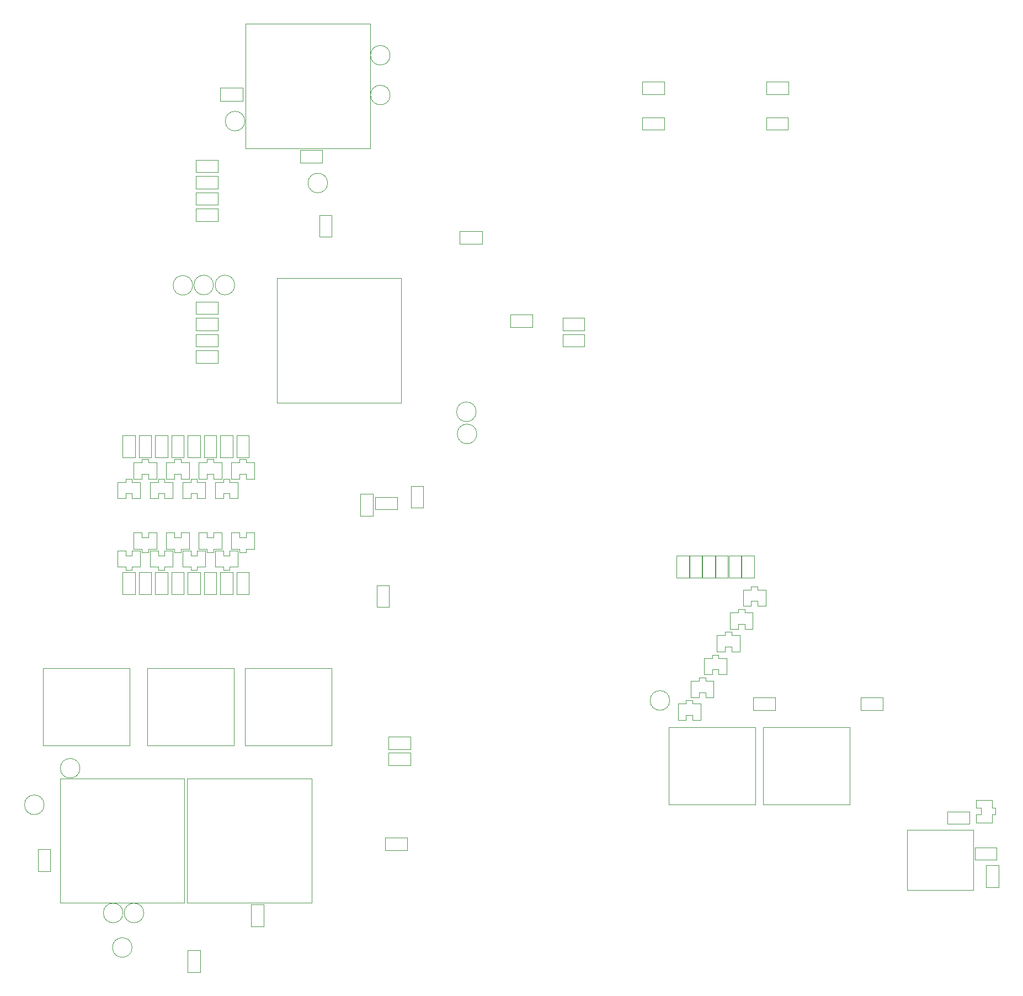
<source format=gbr>
G04 #@! TF.GenerationSoftware,KiCad,Pcbnew,5.1.7-a382d34a8~88~ubuntu20.04.1*
G04 #@! TF.CreationDate,2021-04-25T17:04:25-07:00*
G04 #@! TF.ProjectId,tec-1,7465632d-312e-46b6-9963-61645f706362,Apr2021*
G04 #@! TF.SameCoordinates,Original*
G04 #@! TF.FileFunction,Other,User*
%FSLAX46Y46*%
G04 Gerber Fmt 4.6, Leading zero omitted, Abs format (unit mm)*
G04 Created by KiCad (PCBNEW 5.1.7-a382d34a8~88~ubuntu20.04.1) date 2021-04-25 17:04:25*
%MOMM*%
%LPD*%
G01*
G04 APERTURE LIST*
%ADD10C,0.050000*%
%ADD11C,0.120000*%
G04 APERTURE END LIST*
D10*
G04 #@! TO.C,C21*
X75520000Y-97800000D02*
X75520000Y-101200000D01*
X77480000Y-97800000D02*
X75520000Y-97800000D01*
X77480000Y-101200000D02*
X77480000Y-97800000D01*
X75520000Y-101200000D02*
X77480000Y-101200000D01*
G04 #@! TO.C,U17*
X81800000Y-83800000D02*
X62700000Y-83800000D01*
X81800000Y-64700000D02*
X81800000Y-83800000D01*
X62700000Y-64700000D02*
X81800000Y-64700000D01*
X62700000Y-83800000D02*
X62700000Y-64700000D01*
G04 #@! TO.C,TP31*
X93400000Y-88600000D02*
G75*
G03*
X93400000Y-88600000I-1500000J0D01*
G01*
G04 #@! TO.C,TP30*
X93300000Y-85200000D02*
G75*
G03*
X93300000Y-85200000I-1500000J0D01*
G01*
G04 #@! TO.C,TP29*
X49800000Y-65800000D02*
G75*
G03*
X49800000Y-65800000I-1500000J0D01*
G01*
G04 #@! TO.C,TP28*
X56250000Y-65750000D02*
G75*
G03*
X56250000Y-65750000I-1500000J0D01*
G01*
G04 #@! TO.C,TP27*
X53000000Y-65750000D02*
G75*
G03*
X53000000Y-65750000I-1500000J0D01*
G01*
G04 #@! TO.C,R47*
X50320000Y-77700000D02*
X53680000Y-77700000D01*
X50320000Y-75800000D02*
X50320000Y-77700000D01*
X53680000Y-75800000D02*
X50320000Y-75800000D01*
X53680000Y-77700000D02*
X53680000Y-75800000D01*
G04 #@! TO.C,R46*
X50320000Y-75200000D02*
X53680000Y-75200000D01*
X50320000Y-73300000D02*
X50320000Y-75200000D01*
X53680000Y-73300000D02*
X50320000Y-73300000D01*
X53680000Y-75200000D02*
X53680000Y-73300000D01*
G04 #@! TO.C,R45*
X50320000Y-72700000D02*
X53680000Y-72700000D01*
X50320000Y-70800000D02*
X50320000Y-72700000D01*
X53680000Y-70800000D02*
X50320000Y-70800000D01*
X53680000Y-72700000D02*
X53680000Y-70800000D01*
G04 #@! TO.C,R44*
X50320000Y-70200000D02*
X53680000Y-70200000D01*
X50320000Y-68300000D02*
X50320000Y-70200000D01*
X53680000Y-68300000D02*
X50320000Y-68300000D01*
X53680000Y-70200000D02*
X53680000Y-68300000D01*
G04 #@! TO.C,R43*
X85200000Y-99930000D02*
X85200000Y-96570000D01*
X83300000Y-99930000D02*
X85200000Y-99930000D01*
X83300000Y-96570000D02*
X83300000Y-99930000D01*
X85200000Y-96570000D02*
X83300000Y-96570000D01*
G04 #@! TO.C,R42*
X77820000Y-100200000D02*
X81180000Y-100200000D01*
X77820000Y-98300000D02*
X77820000Y-100200000D01*
X81180000Y-98300000D02*
X77820000Y-98300000D01*
X81180000Y-100200000D02*
X81180000Y-98300000D01*
G04 #@! TO.C,J2*
X169600000Y-158600000D02*
X159400000Y-158600000D01*
X159400000Y-158600000D02*
X159400000Y-149400000D01*
X159400000Y-149400000D02*
X169600000Y-149400000D01*
X169600000Y-149400000D02*
X169600000Y-158600000D01*
D11*
G04 #@! TO.C,Q1*
X172500000Y-147000000D02*
X173000000Y-147000000D01*
X173000000Y-147000000D02*
X173000000Y-146000000D01*
X173000000Y-146000000D02*
X172500000Y-146000000D01*
X170000000Y-148250000D02*
X172500000Y-148250000D01*
X172500000Y-148250000D02*
X172500000Y-147000000D01*
X172500000Y-146000000D02*
X172500000Y-144750000D01*
X172500000Y-144750000D02*
X170000000Y-144750000D01*
X170000000Y-144750000D02*
X170000000Y-146000000D01*
X170000000Y-146000000D02*
X170750000Y-146000000D01*
X170750000Y-146000000D02*
X170750000Y-147000000D01*
X170750000Y-147000000D02*
X170000000Y-147000000D01*
X170000000Y-147000000D02*
X170000000Y-148250000D01*
D10*
G04 #@! TO.C,U16*
X40150000Y-136430000D02*
X26850000Y-136430000D01*
X26850000Y-136430000D02*
X26850000Y-124570000D01*
X26850000Y-124570000D02*
X40150000Y-124570000D01*
X40150000Y-124570000D02*
X40150000Y-136430000D01*
G04 #@! TO.C,U15*
X71150000Y-136430000D02*
X57850000Y-136430000D01*
X57850000Y-136430000D02*
X57850000Y-124570000D01*
X57850000Y-124570000D02*
X71150000Y-124570000D01*
X71150000Y-124570000D02*
X71150000Y-136430000D01*
G04 #@! TO.C,U14*
X56150000Y-136430000D02*
X42850000Y-136430000D01*
X42850000Y-136430000D02*
X42850000Y-124570000D01*
X42850000Y-124570000D02*
X56150000Y-124570000D01*
X56150000Y-124570000D02*
X56150000Y-136430000D01*
G04 #@! TO.C,U11*
X136150000Y-145430000D02*
X122850000Y-145430000D01*
X122850000Y-145430000D02*
X122850000Y-133570000D01*
X122850000Y-133570000D02*
X136150000Y-133570000D01*
X136150000Y-133570000D02*
X136150000Y-145430000D01*
G04 #@! TO.C,U10*
X150650000Y-145430000D02*
X137350000Y-145430000D01*
X137350000Y-145430000D02*
X137350000Y-133570000D01*
X137350000Y-133570000D02*
X150650000Y-133570000D01*
X150650000Y-133570000D02*
X150650000Y-145430000D01*
G04 #@! TO.C,U9*
X48950000Y-160550000D02*
X48950000Y-141450000D01*
X48950000Y-141450000D02*
X68050000Y-141450000D01*
X68050000Y-141450000D02*
X68050000Y-160550000D01*
X68050000Y-160550000D02*
X48950000Y-160550000D01*
G04 #@! TO.C,U2*
X57950000Y-25700000D02*
X77050000Y-25700000D01*
X77050000Y-25700000D02*
X77050000Y-44800000D01*
X77050000Y-44800000D02*
X57950000Y-44800000D01*
X57950000Y-44800000D02*
X57950000Y-25700000D01*
G04 #@! TO.C,U1*
X29450000Y-160550000D02*
X29450000Y-141450000D01*
X29450000Y-141450000D02*
X48550000Y-141450000D01*
X48550000Y-141450000D02*
X48550000Y-160550000D01*
X48550000Y-160550000D02*
X29450000Y-160550000D01*
G04 #@! TO.C,TP25*
X123000000Y-129500000D02*
G75*
G03*
X123000000Y-129500000I-1500000J0D01*
G01*
G04 #@! TO.C,TP24*
X40500000Y-167400000D02*
G75*
G03*
X40500000Y-167400000I-1500000J0D01*
G01*
G04 #@! TO.C,TP22*
X39100000Y-162100000D02*
G75*
G03*
X39100000Y-162100000I-1500000J0D01*
G01*
G04 #@! TO.C,TP18*
X57800000Y-40600000D02*
G75*
G03*
X57800000Y-40600000I-1500000J0D01*
G01*
G04 #@! TO.C,TP16*
X42300000Y-162100000D02*
G75*
G03*
X42300000Y-162100000I-1500000J0D01*
G01*
G04 #@! TO.C,TP13*
X70500000Y-50100000D02*
G75*
G03*
X70500000Y-50100000I-1500000J0D01*
G01*
G04 #@! TO.C,TP5*
X80100000Y-30500000D02*
G75*
G03*
X80100000Y-30500000I-1500000J0D01*
G01*
G04 #@! TO.C,TP3*
X80100000Y-36600000D02*
G75*
G03*
X80100000Y-36600000I-1500000J0D01*
G01*
G04 #@! TO.C,TP2*
X32500000Y-139900000D02*
G75*
G03*
X32500000Y-139900000I-1500000J0D01*
G01*
G04 #@! TO.C,TP1*
X27000000Y-145500000D02*
G75*
G03*
X27000000Y-145500000I-1500000J0D01*
G01*
G04 #@! TO.C,R41*
X58450000Y-88820000D02*
X56550000Y-88820000D01*
X56550000Y-88820000D02*
X56550000Y-92180000D01*
X56550000Y-92180000D02*
X58450000Y-92180000D01*
X58450000Y-92180000D02*
X58450000Y-88820000D01*
G04 #@! TO.C,R40*
X55950000Y-88820000D02*
X54050000Y-88820000D01*
X54050000Y-88820000D02*
X54050000Y-92180000D01*
X54050000Y-92180000D02*
X55950000Y-92180000D01*
X55950000Y-92180000D02*
X55950000Y-88820000D01*
G04 #@! TO.C,R39*
X53450000Y-88820000D02*
X51550000Y-88820000D01*
X51550000Y-88820000D02*
X51550000Y-92180000D01*
X51550000Y-92180000D02*
X53450000Y-92180000D01*
X53450000Y-92180000D02*
X53450000Y-88820000D01*
G04 #@! TO.C,R38*
X50950000Y-88820000D02*
X49050000Y-88820000D01*
X49050000Y-88820000D02*
X49050000Y-92180000D01*
X49050000Y-92180000D02*
X50950000Y-92180000D01*
X50950000Y-92180000D02*
X50950000Y-88820000D01*
G04 #@! TO.C,R37*
X48450000Y-88820000D02*
X46550000Y-88820000D01*
X46550000Y-88820000D02*
X46550000Y-92180000D01*
X46550000Y-92180000D02*
X48450000Y-92180000D01*
X48450000Y-92180000D02*
X48450000Y-88820000D01*
G04 #@! TO.C,R36*
X45950000Y-88820000D02*
X44050000Y-88820000D01*
X44050000Y-88820000D02*
X44050000Y-92180000D01*
X44050000Y-92180000D02*
X45950000Y-92180000D01*
X45950000Y-92180000D02*
X45950000Y-88820000D01*
G04 #@! TO.C,R35*
X43450000Y-88820000D02*
X41550000Y-88820000D01*
X41550000Y-88820000D02*
X41550000Y-92180000D01*
X41550000Y-92180000D02*
X43450000Y-92180000D01*
X43450000Y-92180000D02*
X43450000Y-88820000D01*
G04 #@! TO.C,R34*
X40950000Y-88820000D02*
X39050000Y-88820000D01*
X39050000Y-88820000D02*
X39050000Y-92180000D01*
X39050000Y-92180000D02*
X40950000Y-92180000D01*
X40950000Y-92180000D02*
X40950000Y-88820000D01*
G04 #@! TO.C,R33*
X56550000Y-113180000D02*
X58450000Y-113180000D01*
X58450000Y-113180000D02*
X58450000Y-109820000D01*
X58450000Y-109820000D02*
X56550000Y-109820000D01*
X56550000Y-109820000D02*
X56550000Y-113180000D01*
G04 #@! TO.C,R32*
X54050000Y-113180000D02*
X55950000Y-113180000D01*
X55950000Y-113180000D02*
X55950000Y-109820000D01*
X55950000Y-109820000D02*
X54050000Y-109820000D01*
X54050000Y-109820000D02*
X54050000Y-113180000D01*
G04 #@! TO.C,R31*
X51550000Y-113180000D02*
X53450000Y-113180000D01*
X53450000Y-113180000D02*
X53450000Y-109820000D01*
X53450000Y-109820000D02*
X51550000Y-109820000D01*
X51550000Y-109820000D02*
X51550000Y-113180000D01*
G04 #@! TO.C,R30*
X49050000Y-113180000D02*
X50950000Y-113180000D01*
X50950000Y-113180000D02*
X50950000Y-109820000D01*
X50950000Y-109820000D02*
X49050000Y-109820000D01*
X49050000Y-109820000D02*
X49050000Y-113180000D01*
G04 #@! TO.C,R29*
X46550000Y-113180000D02*
X48450000Y-113180000D01*
X48450000Y-113180000D02*
X48450000Y-109820000D01*
X48450000Y-109820000D02*
X46550000Y-109820000D01*
X46550000Y-109820000D02*
X46550000Y-113180000D01*
G04 #@! TO.C,R28*
X44050000Y-113180000D02*
X45950000Y-113180000D01*
X45950000Y-113180000D02*
X45950000Y-109820000D01*
X45950000Y-109820000D02*
X44050000Y-109820000D01*
X44050000Y-109820000D02*
X44050000Y-113180000D01*
G04 #@! TO.C,R27*
X41550000Y-113180000D02*
X43450000Y-113180000D01*
X43450000Y-113180000D02*
X43450000Y-109820000D01*
X43450000Y-109820000D02*
X41550000Y-109820000D01*
X41550000Y-109820000D02*
X41550000Y-113180000D01*
G04 #@! TO.C,R26*
X39050000Y-113180000D02*
X40950000Y-113180000D01*
X40950000Y-113180000D02*
X40950000Y-109820000D01*
X40950000Y-109820000D02*
X39050000Y-109820000D01*
X39050000Y-109820000D02*
X39050000Y-113180000D01*
G04 #@! TO.C,R25*
X135950000Y-107320000D02*
X134050000Y-107320000D01*
X134050000Y-107320000D02*
X134050000Y-110680000D01*
X134050000Y-110680000D02*
X135950000Y-110680000D01*
X135950000Y-110680000D02*
X135950000Y-107320000D01*
G04 #@! TO.C,R24*
X50950000Y-167820000D02*
X49050000Y-167820000D01*
X49050000Y-167820000D02*
X49050000Y-171180000D01*
X49050000Y-171180000D02*
X50950000Y-171180000D01*
X50950000Y-171180000D02*
X50950000Y-167820000D01*
G04 #@! TO.C,R23*
X133950000Y-107320000D02*
X132050000Y-107320000D01*
X132050000Y-107320000D02*
X132050000Y-110680000D01*
X132050000Y-110680000D02*
X133950000Y-110680000D01*
X133950000Y-110680000D02*
X133950000Y-107320000D01*
G04 #@! TO.C,R22*
X131950000Y-107320000D02*
X130050000Y-107320000D01*
X130050000Y-107320000D02*
X130050000Y-110680000D01*
X130050000Y-110680000D02*
X131950000Y-110680000D01*
X131950000Y-110680000D02*
X131950000Y-107320000D01*
G04 #@! TO.C,R21*
X129950000Y-107320000D02*
X128050000Y-107320000D01*
X128050000Y-107320000D02*
X128050000Y-110680000D01*
X128050000Y-110680000D02*
X129950000Y-110680000D01*
X129950000Y-110680000D02*
X129950000Y-107320000D01*
G04 #@! TO.C,R20*
X127950000Y-107320000D02*
X126050000Y-107320000D01*
X126050000Y-107320000D02*
X126050000Y-110680000D01*
X126050000Y-110680000D02*
X127950000Y-110680000D01*
X127950000Y-110680000D02*
X127950000Y-107320000D01*
G04 #@! TO.C,R19*
X125950000Y-107320000D02*
X124050000Y-107320000D01*
X124050000Y-107320000D02*
X124050000Y-110680000D01*
X124050000Y-110680000D02*
X125950000Y-110680000D01*
X125950000Y-110680000D02*
X125950000Y-107320000D01*
G04 #@! TO.C,R18*
X165640000Y-146550000D02*
X165640000Y-148450000D01*
X165640000Y-148450000D02*
X169000000Y-148450000D01*
X169000000Y-148450000D02*
X169000000Y-146550000D01*
X169000000Y-146550000D02*
X165640000Y-146550000D01*
G04 #@! TO.C,R17*
X171550000Y-158180000D02*
X173450000Y-158180000D01*
X173450000Y-158180000D02*
X173450000Y-154820000D01*
X173450000Y-154820000D02*
X171550000Y-154820000D01*
X171550000Y-154820000D02*
X171550000Y-158180000D01*
G04 #@! TO.C,R16*
X169820000Y-152050000D02*
X169820000Y-153950000D01*
X169820000Y-153950000D02*
X173180000Y-153950000D01*
X173180000Y-153950000D02*
X173180000Y-152050000D01*
X173180000Y-152050000D02*
X169820000Y-152050000D01*
G04 #@! TO.C,R15*
X26050000Y-155680000D02*
X27950000Y-155680000D01*
X27950000Y-155680000D02*
X27950000Y-152320000D01*
X27950000Y-152320000D02*
X26050000Y-152320000D01*
X26050000Y-152320000D02*
X26050000Y-155680000D01*
G04 #@! TO.C,R12*
X78050000Y-115180000D02*
X79950000Y-115180000D01*
X79950000Y-115180000D02*
X79950000Y-111820000D01*
X79950000Y-111820000D02*
X78050000Y-111820000D01*
X78050000Y-111820000D02*
X78050000Y-115180000D01*
G04 #@! TO.C,R11*
X137820000Y-40050000D02*
X137820000Y-41950000D01*
X137820000Y-41950000D02*
X141180000Y-41950000D01*
X141180000Y-41950000D02*
X141180000Y-40050000D01*
X141180000Y-40050000D02*
X137820000Y-40050000D01*
G04 #@! TO.C,R10*
X118820000Y-40050000D02*
X118820000Y-41950000D01*
X118820000Y-41950000D02*
X122180000Y-41950000D01*
X122180000Y-41950000D02*
X122180000Y-40050000D01*
X122180000Y-40050000D02*
X118820000Y-40050000D01*
G04 #@! TO.C,R9*
X71150000Y-55020000D02*
X69250000Y-55020000D01*
X69250000Y-55020000D02*
X69250000Y-58380000D01*
X69250000Y-58380000D02*
X71150000Y-58380000D01*
X71150000Y-58380000D02*
X71150000Y-55020000D01*
G04 #@! TO.C,R8*
X53680000Y-55950000D02*
X53680000Y-54050000D01*
X53680000Y-54050000D02*
X50320000Y-54050000D01*
X50320000Y-54050000D02*
X50320000Y-55950000D01*
X50320000Y-55950000D02*
X53680000Y-55950000D01*
G04 #@! TO.C,R7*
X53680000Y-53450000D02*
X53680000Y-51550000D01*
X53680000Y-51550000D02*
X50320000Y-51550000D01*
X50320000Y-51550000D02*
X50320000Y-53450000D01*
X50320000Y-53450000D02*
X53680000Y-53450000D01*
G04 #@! TO.C,R6*
X53680000Y-50950000D02*
X53680000Y-49050000D01*
X53680000Y-49050000D02*
X50320000Y-49050000D01*
X50320000Y-49050000D02*
X50320000Y-50950000D01*
X50320000Y-50950000D02*
X53680000Y-50950000D01*
G04 #@! TO.C,R5*
X53680000Y-48450000D02*
X53680000Y-46550000D01*
X53680000Y-46550000D02*
X50320000Y-46550000D01*
X50320000Y-46550000D02*
X50320000Y-48450000D01*
X50320000Y-48450000D02*
X53680000Y-48450000D01*
G04 #@! TO.C,R4*
X101930000Y-72200000D02*
X101930000Y-70300000D01*
X101930000Y-70300000D02*
X98570000Y-70300000D01*
X98570000Y-70300000D02*
X98570000Y-72200000D01*
X98570000Y-72200000D02*
X101930000Y-72200000D01*
G04 #@! TO.C,R3*
X106570000Y-70800000D02*
X106570000Y-72700000D01*
X106570000Y-72700000D02*
X109930000Y-72700000D01*
X109930000Y-72700000D02*
X109930000Y-70800000D01*
X109930000Y-70800000D02*
X106570000Y-70800000D01*
G04 #@! TO.C,R2*
X106570000Y-73300000D02*
X106570000Y-75200000D01*
X106570000Y-75200000D02*
X109930000Y-75200000D01*
X109930000Y-75200000D02*
X109930000Y-73300000D01*
X109930000Y-73300000D02*
X106570000Y-73300000D01*
D11*
G04 #@! TO.C,Q23*
X50500000Y-96000000D02*
X50500000Y-95500000D01*
X50500000Y-95500000D02*
X49500000Y-95500000D01*
X49500000Y-95500000D02*
X49500000Y-96000000D01*
X51750000Y-98500000D02*
X51750000Y-96000000D01*
X51750000Y-96000000D02*
X50500000Y-96000000D01*
X49500000Y-96000000D02*
X48250000Y-96000000D01*
X48250000Y-96000000D02*
X48250000Y-98500000D01*
X48250000Y-98500000D02*
X49500000Y-98500000D01*
X49500000Y-98500000D02*
X49500000Y-97750000D01*
X49500000Y-97750000D02*
X50500000Y-97750000D01*
X50500000Y-97750000D02*
X50500000Y-98500000D01*
X50500000Y-98500000D02*
X51750000Y-98500000D01*
G04 #@! TO.C,Q22*
X40500000Y-96000000D02*
X40500000Y-95500000D01*
X40500000Y-95500000D02*
X39500000Y-95500000D01*
X39500000Y-95500000D02*
X39500000Y-96000000D01*
X41750000Y-98500000D02*
X41750000Y-96000000D01*
X41750000Y-96000000D02*
X40500000Y-96000000D01*
X39500000Y-96000000D02*
X38250000Y-96000000D01*
X38250000Y-96000000D02*
X38250000Y-98500000D01*
X38250000Y-98500000D02*
X39500000Y-98500000D01*
X39500000Y-98500000D02*
X39500000Y-97750000D01*
X39500000Y-97750000D02*
X40500000Y-97750000D01*
X40500000Y-97750000D02*
X40500000Y-98500000D01*
X40500000Y-98500000D02*
X41750000Y-98500000D01*
G04 #@! TO.C,Q21*
X53000000Y-93000000D02*
X53000000Y-92500000D01*
X53000000Y-92500000D02*
X52000000Y-92500000D01*
X52000000Y-92500000D02*
X52000000Y-93000000D01*
X54250000Y-95500000D02*
X54250000Y-93000000D01*
X54250000Y-93000000D02*
X53000000Y-93000000D01*
X52000000Y-93000000D02*
X50750000Y-93000000D01*
X50750000Y-93000000D02*
X50750000Y-95500000D01*
X50750000Y-95500000D02*
X52000000Y-95500000D01*
X52000000Y-95500000D02*
X52000000Y-94750000D01*
X52000000Y-94750000D02*
X53000000Y-94750000D01*
X53000000Y-94750000D02*
X53000000Y-95500000D01*
X53000000Y-95500000D02*
X54250000Y-95500000D01*
G04 #@! TO.C,Q20*
X43000000Y-93000000D02*
X43000000Y-92500000D01*
X43000000Y-92500000D02*
X42000000Y-92500000D01*
X42000000Y-92500000D02*
X42000000Y-93000000D01*
X44250000Y-95500000D02*
X44250000Y-93000000D01*
X44250000Y-93000000D02*
X43000000Y-93000000D01*
X42000000Y-93000000D02*
X40750000Y-93000000D01*
X40750000Y-93000000D02*
X40750000Y-95500000D01*
X40750000Y-95500000D02*
X42000000Y-95500000D01*
X42000000Y-95500000D02*
X42000000Y-94750000D01*
X42000000Y-94750000D02*
X43000000Y-94750000D01*
X43000000Y-94750000D02*
X43000000Y-95500000D01*
X43000000Y-95500000D02*
X44250000Y-95500000D01*
G04 #@! TO.C,Q19*
X55500000Y-96000000D02*
X55500000Y-95500000D01*
X55500000Y-95500000D02*
X54500000Y-95500000D01*
X54500000Y-95500000D02*
X54500000Y-96000000D01*
X56750000Y-98500000D02*
X56750000Y-96000000D01*
X56750000Y-96000000D02*
X55500000Y-96000000D01*
X54500000Y-96000000D02*
X53250000Y-96000000D01*
X53250000Y-96000000D02*
X53250000Y-98500000D01*
X53250000Y-98500000D02*
X54500000Y-98500000D01*
X54500000Y-98500000D02*
X54500000Y-97750000D01*
X54500000Y-97750000D02*
X55500000Y-97750000D01*
X55500000Y-97750000D02*
X55500000Y-98500000D01*
X55500000Y-98500000D02*
X56750000Y-98500000D01*
G04 #@! TO.C,Q18*
X45500000Y-96000000D02*
X45500000Y-95500000D01*
X45500000Y-95500000D02*
X44500000Y-95500000D01*
X44500000Y-95500000D02*
X44500000Y-96000000D01*
X46750000Y-98500000D02*
X46750000Y-96000000D01*
X46750000Y-96000000D02*
X45500000Y-96000000D01*
X44500000Y-96000000D02*
X43250000Y-96000000D01*
X43250000Y-96000000D02*
X43250000Y-98500000D01*
X43250000Y-98500000D02*
X44500000Y-98500000D01*
X44500000Y-98500000D02*
X44500000Y-97750000D01*
X44500000Y-97750000D02*
X45500000Y-97750000D01*
X45500000Y-97750000D02*
X45500000Y-98500000D01*
X45500000Y-98500000D02*
X46750000Y-98500000D01*
G04 #@! TO.C,Q17*
X58000000Y-93000000D02*
X58000000Y-92500000D01*
X58000000Y-92500000D02*
X57000000Y-92500000D01*
X57000000Y-92500000D02*
X57000000Y-93000000D01*
X59250000Y-95500000D02*
X59250000Y-93000000D01*
X59250000Y-93000000D02*
X58000000Y-93000000D01*
X57000000Y-93000000D02*
X55750000Y-93000000D01*
X55750000Y-93000000D02*
X55750000Y-95500000D01*
X55750000Y-95500000D02*
X57000000Y-95500000D01*
X57000000Y-95500000D02*
X57000000Y-94750000D01*
X57000000Y-94750000D02*
X58000000Y-94750000D01*
X58000000Y-94750000D02*
X58000000Y-95500000D01*
X58000000Y-95500000D02*
X59250000Y-95500000D01*
G04 #@! TO.C,Q16*
X48000000Y-93000000D02*
X48000000Y-92500000D01*
X48000000Y-92500000D02*
X47000000Y-92500000D01*
X47000000Y-92500000D02*
X47000000Y-93000000D01*
X49250000Y-95500000D02*
X49250000Y-93000000D01*
X49250000Y-93000000D02*
X48000000Y-93000000D01*
X47000000Y-93000000D02*
X45750000Y-93000000D01*
X45750000Y-93000000D02*
X45750000Y-95500000D01*
X45750000Y-95500000D02*
X47000000Y-95500000D01*
X47000000Y-95500000D02*
X47000000Y-94750000D01*
X47000000Y-94750000D02*
X48000000Y-94750000D01*
X48000000Y-94750000D02*
X48000000Y-95500000D01*
X48000000Y-95500000D02*
X49250000Y-95500000D01*
G04 #@! TO.C,Q15*
X57000000Y-106250000D02*
X57000000Y-106750000D01*
X57000000Y-106750000D02*
X58000000Y-106750000D01*
X58000000Y-106750000D02*
X58000000Y-106250000D01*
X55750000Y-103750000D02*
X55750000Y-106250000D01*
X55750000Y-106250000D02*
X57000000Y-106250000D01*
X58000000Y-106250000D02*
X59250000Y-106250000D01*
X59250000Y-106250000D02*
X59250000Y-103750000D01*
X59250000Y-103750000D02*
X58000000Y-103750000D01*
X58000000Y-103750000D02*
X58000000Y-104500000D01*
X58000000Y-104500000D02*
X57000000Y-104500000D01*
X57000000Y-104500000D02*
X57000000Y-103750000D01*
X57000000Y-103750000D02*
X55750000Y-103750000D01*
G04 #@! TO.C,Q14*
X47000000Y-106250000D02*
X47000000Y-106750000D01*
X47000000Y-106750000D02*
X48000000Y-106750000D01*
X48000000Y-106750000D02*
X48000000Y-106250000D01*
X45750000Y-103750000D02*
X45750000Y-106250000D01*
X45750000Y-106250000D02*
X47000000Y-106250000D01*
X48000000Y-106250000D02*
X49250000Y-106250000D01*
X49250000Y-106250000D02*
X49250000Y-103750000D01*
X49250000Y-103750000D02*
X48000000Y-103750000D01*
X48000000Y-103750000D02*
X48000000Y-104500000D01*
X48000000Y-104500000D02*
X47000000Y-104500000D01*
X47000000Y-104500000D02*
X47000000Y-103750000D01*
X47000000Y-103750000D02*
X45750000Y-103750000D01*
G04 #@! TO.C,Q13*
X54500000Y-109000000D02*
X54500000Y-109500000D01*
X54500000Y-109500000D02*
X55500000Y-109500000D01*
X55500000Y-109500000D02*
X55500000Y-109000000D01*
X53250000Y-106500000D02*
X53250000Y-109000000D01*
X53250000Y-109000000D02*
X54500000Y-109000000D01*
X55500000Y-109000000D02*
X56750000Y-109000000D01*
X56750000Y-109000000D02*
X56750000Y-106500000D01*
X56750000Y-106500000D02*
X55500000Y-106500000D01*
X55500000Y-106500000D02*
X55500000Y-107250000D01*
X55500000Y-107250000D02*
X54500000Y-107250000D01*
X54500000Y-107250000D02*
X54500000Y-106500000D01*
X54500000Y-106500000D02*
X53250000Y-106500000D01*
G04 #@! TO.C,Q12*
X44500000Y-109000000D02*
X44500000Y-109500000D01*
X44500000Y-109500000D02*
X45500000Y-109500000D01*
X45500000Y-109500000D02*
X45500000Y-109000000D01*
X43250000Y-106500000D02*
X43250000Y-109000000D01*
X43250000Y-109000000D02*
X44500000Y-109000000D01*
X45500000Y-109000000D02*
X46750000Y-109000000D01*
X46750000Y-109000000D02*
X46750000Y-106500000D01*
X46750000Y-106500000D02*
X45500000Y-106500000D01*
X45500000Y-106500000D02*
X45500000Y-107250000D01*
X45500000Y-107250000D02*
X44500000Y-107250000D01*
X44500000Y-107250000D02*
X44500000Y-106500000D01*
X44500000Y-106500000D02*
X43250000Y-106500000D01*
G04 #@! TO.C,Q11*
X52000000Y-106250000D02*
X52000000Y-106750000D01*
X52000000Y-106750000D02*
X53000000Y-106750000D01*
X53000000Y-106750000D02*
X53000000Y-106250000D01*
X50750000Y-103750000D02*
X50750000Y-106250000D01*
X50750000Y-106250000D02*
X52000000Y-106250000D01*
X53000000Y-106250000D02*
X54250000Y-106250000D01*
X54250000Y-106250000D02*
X54250000Y-103750000D01*
X54250000Y-103750000D02*
X53000000Y-103750000D01*
X53000000Y-103750000D02*
X53000000Y-104500000D01*
X53000000Y-104500000D02*
X52000000Y-104500000D01*
X52000000Y-104500000D02*
X52000000Y-103750000D01*
X52000000Y-103750000D02*
X50750000Y-103750000D01*
G04 #@! TO.C,Q10*
X42000000Y-106250000D02*
X42000000Y-106750000D01*
X42000000Y-106750000D02*
X43000000Y-106750000D01*
X43000000Y-106750000D02*
X43000000Y-106250000D01*
X40750000Y-103750000D02*
X40750000Y-106250000D01*
X40750000Y-106250000D02*
X42000000Y-106250000D01*
X43000000Y-106250000D02*
X44250000Y-106250000D01*
X44250000Y-106250000D02*
X44250000Y-103750000D01*
X44250000Y-103750000D02*
X43000000Y-103750000D01*
X43000000Y-103750000D02*
X43000000Y-104500000D01*
X43000000Y-104500000D02*
X42000000Y-104500000D01*
X42000000Y-104500000D02*
X42000000Y-103750000D01*
X42000000Y-103750000D02*
X40750000Y-103750000D01*
G04 #@! TO.C,Q9*
X49500000Y-109000000D02*
X49500000Y-109500000D01*
X49500000Y-109500000D02*
X50500000Y-109500000D01*
X50500000Y-109500000D02*
X50500000Y-109000000D01*
X48250000Y-106500000D02*
X48250000Y-109000000D01*
X48250000Y-109000000D02*
X49500000Y-109000000D01*
X50500000Y-109000000D02*
X51750000Y-109000000D01*
X51750000Y-109000000D02*
X51750000Y-106500000D01*
X51750000Y-106500000D02*
X50500000Y-106500000D01*
X50500000Y-106500000D02*
X50500000Y-107250000D01*
X50500000Y-107250000D02*
X49500000Y-107250000D01*
X49500000Y-107250000D02*
X49500000Y-106500000D01*
X49500000Y-106500000D02*
X48250000Y-106500000D01*
G04 #@! TO.C,Q8*
X39500000Y-109000000D02*
X39500000Y-109500000D01*
X39500000Y-109500000D02*
X40500000Y-109500000D01*
X40500000Y-109500000D02*
X40500000Y-109000000D01*
X38250000Y-106500000D02*
X38250000Y-109000000D01*
X38250000Y-109000000D02*
X39500000Y-109000000D01*
X40500000Y-109000000D02*
X41750000Y-109000000D01*
X41750000Y-109000000D02*
X41750000Y-106500000D01*
X41750000Y-106500000D02*
X40500000Y-106500000D01*
X40500000Y-106500000D02*
X40500000Y-107250000D01*
X40500000Y-107250000D02*
X39500000Y-107250000D01*
X39500000Y-107250000D02*
X39500000Y-106500000D01*
X39500000Y-106500000D02*
X38250000Y-106500000D01*
G04 #@! TO.C,Q7*
X136500000Y-112500000D02*
X136500000Y-112000000D01*
X136500000Y-112000000D02*
X135500000Y-112000000D01*
X135500000Y-112000000D02*
X135500000Y-112500000D01*
X137750000Y-115000000D02*
X137750000Y-112500000D01*
X137750000Y-112500000D02*
X136500000Y-112500000D01*
X135500000Y-112500000D02*
X134250000Y-112500000D01*
X134250000Y-112500000D02*
X134250000Y-115000000D01*
X134250000Y-115000000D02*
X135500000Y-115000000D01*
X135500000Y-115000000D02*
X135500000Y-114250000D01*
X135500000Y-114250000D02*
X136500000Y-114250000D01*
X136500000Y-114250000D02*
X136500000Y-115000000D01*
X136500000Y-115000000D02*
X137750000Y-115000000D01*
G04 #@! TO.C,Q6*
X134500000Y-116000000D02*
X134500000Y-115500000D01*
X134500000Y-115500000D02*
X133500000Y-115500000D01*
X133500000Y-115500000D02*
X133500000Y-116000000D01*
X135750000Y-118500000D02*
X135750000Y-116000000D01*
X135750000Y-116000000D02*
X134500000Y-116000000D01*
X133500000Y-116000000D02*
X132250000Y-116000000D01*
X132250000Y-116000000D02*
X132250000Y-118500000D01*
X132250000Y-118500000D02*
X133500000Y-118500000D01*
X133500000Y-118500000D02*
X133500000Y-117750000D01*
X133500000Y-117750000D02*
X134500000Y-117750000D01*
X134500000Y-117750000D02*
X134500000Y-118500000D01*
X134500000Y-118500000D02*
X135750000Y-118500000D01*
G04 #@! TO.C,Q5*
X132500000Y-119500000D02*
X132500000Y-119000000D01*
X132500000Y-119000000D02*
X131500000Y-119000000D01*
X131500000Y-119000000D02*
X131500000Y-119500000D01*
X133750000Y-122000000D02*
X133750000Y-119500000D01*
X133750000Y-119500000D02*
X132500000Y-119500000D01*
X131500000Y-119500000D02*
X130250000Y-119500000D01*
X130250000Y-119500000D02*
X130250000Y-122000000D01*
X130250000Y-122000000D02*
X131500000Y-122000000D01*
X131500000Y-122000000D02*
X131500000Y-121250000D01*
X131500000Y-121250000D02*
X132500000Y-121250000D01*
X132500000Y-121250000D02*
X132500000Y-122000000D01*
X132500000Y-122000000D02*
X133750000Y-122000000D01*
G04 #@! TO.C,Q4*
X130500000Y-123000000D02*
X130500000Y-122500000D01*
X130500000Y-122500000D02*
X129500000Y-122500000D01*
X129500000Y-122500000D02*
X129500000Y-123000000D01*
X131750000Y-125500000D02*
X131750000Y-123000000D01*
X131750000Y-123000000D02*
X130500000Y-123000000D01*
X129500000Y-123000000D02*
X128250000Y-123000000D01*
X128250000Y-123000000D02*
X128250000Y-125500000D01*
X128250000Y-125500000D02*
X129500000Y-125500000D01*
X129500000Y-125500000D02*
X129500000Y-124750000D01*
X129500000Y-124750000D02*
X130500000Y-124750000D01*
X130500000Y-124750000D02*
X130500000Y-125500000D01*
X130500000Y-125500000D02*
X131750000Y-125500000D01*
G04 #@! TO.C,Q3*
X128500000Y-126500000D02*
X128500000Y-126000000D01*
X128500000Y-126000000D02*
X127500000Y-126000000D01*
X127500000Y-126000000D02*
X127500000Y-126500000D01*
X129750000Y-129000000D02*
X129750000Y-126500000D01*
X129750000Y-126500000D02*
X128500000Y-126500000D01*
X127500000Y-126500000D02*
X126250000Y-126500000D01*
X126250000Y-126500000D02*
X126250000Y-129000000D01*
X126250000Y-129000000D02*
X127500000Y-129000000D01*
X127500000Y-129000000D02*
X127500000Y-128250000D01*
X127500000Y-128250000D02*
X128500000Y-128250000D01*
X128500000Y-128250000D02*
X128500000Y-129000000D01*
X128500000Y-129000000D02*
X129750000Y-129000000D01*
G04 #@! TO.C,Q2*
X126500000Y-130000000D02*
X126500000Y-129500000D01*
X126500000Y-129500000D02*
X125500000Y-129500000D01*
X125500000Y-129500000D02*
X125500000Y-130000000D01*
X127750000Y-132500000D02*
X127750000Y-130000000D01*
X127750000Y-130000000D02*
X126500000Y-130000000D01*
X125500000Y-130000000D02*
X124250000Y-130000000D01*
X124250000Y-130000000D02*
X124250000Y-132500000D01*
X124250000Y-132500000D02*
X125500000Y-132500000D01*
X125500000Y-132500000D02*
X125500000Y-131750000D01*
X125500000Y-131750000D02*
X126500000Y-131750000D01*
X126500000Y-131750000D02*
X126500000Y-132500000D01*
X126500000Y-132500000D02*
X127750000Y-132500000D01*
D10*
G04 #@! TO.C,C16*
X152300000Y-129020000D02*
X152300000Y-130980000D01*
X152300000Y-130980000D02*
X155700000Y-130980000D01*
X155700000Y-130980000D02*
X155700000Y-129020000D01*
X155700000Y-129020000D02*
X152300000Y-129020000D01*
G04 #@! TO.C,C15*
X135800000Y-129020000D02*
X135800000Y-130980000D01*
X135800000Y-130980000D02*
X139200000Y-130980000D01*
X139200000Y-130980000D02*
X139200000Y-129020000D01*
X139200000Y-129020000D02*
X135800000Y-129020000D01*
G04 #@! TO.C,C14*
X83200000Y-139480000D02*
X83200000Y-137520000D01*
X83200000Y-137520000D02*
X79800000Y-137520000D01*
X79800000Y-137520000D02*
X79800000Y-139480000D01*
X79800000Y-139480000D02*
X83200000Y-139480000D01*
G04 #@! TO.C,C13*
X60730000Y-160800000D02*
X58770000Y-160800000D01*
X58770000Y-160800000D02*
X58770000Y-164200000D01*
X58770000Y-164200000D02*
X60730000Y-164200000D01*
X60730000Y-164200000D02*
X60730000Y-160800000D01*
G04 #@! TO.C,C12*
X83200000Y-136980000D02*
X83200000Y-135020000D01*
X83200000Y-135020000D02*
X79800000Y-135020000D01*
X79800000Y-135020000D02*
X79800000Y-136980000D01*
X79800000Y-136980000D02*
X83200000Y-136980000D01*
G04 #@! TO.C,C11*
X79300000Y-150520000D02*
X79300000Y-152480000D01*
X79300000Y-152480000D02*
X82700000Y-152480000D01*
X82700000Y-152480000D02*
X82700000Y-150520000D01*
X82700000Y-150520000D02*
X79300000Y-150520000D01*
G04 #@! TO.C,C6*
X141200000Y-36480000D02*
X141200000Y-34520000D01*
X141200000Y-34520000D02*
X137800000Y-34520000D01*
X137800000Y-34520000D02*
X137800000Y-36480000D01*
X137800000Y-36480000D02*
X141200000Y-36480000D01*
G04 #@! TO.C,C5*
X122200000Y-36480000D02*
X122200000Y-34520000D01*
X122200000Y-34520000D02*
X118800000Y-34520000D01*
X118800000Y-34520000D02*
X118800000Y-36480000D01*
X118800000Y-36480000D02*
X122200000Y-36480000D01*
G04 #@! TO.C,C4*
X69700000Y-46980000D02*
X69700000Y-45020000D01*
X69700000Y-45020000D02*
X66300000Y-45020000D01*
X66300000Y-45020000D02*
X66300000Y-46980000D01*
X66300000Y-46980000D02*
X69700000Y-46980000D01*
G04 #@! TO.C,C3*
X90800000Y-57520000D02*
X90800000Y-59480000D01*
X90800000Y-59480000D02*
X94200000Y-59480000D01*
X94200000Y-59480000D02*
X94200000Y-57520000D01*
X94200000Y-57520000D02*
X90800000Y-57520000D01*
G04 #@! TO.C,C2*
X57450000Y-37480000D02*
X57450000Y-35520000D01*
X57450000Y-35520000D02*
X54050000Y-35520000D01*
X54050000Y-35520000D02*
X54050000Y-37480000D01*
X54050000Y-37480000D02*
X57450000Y-37480000D01*
G04 #@! TD*
M02*

</source>
